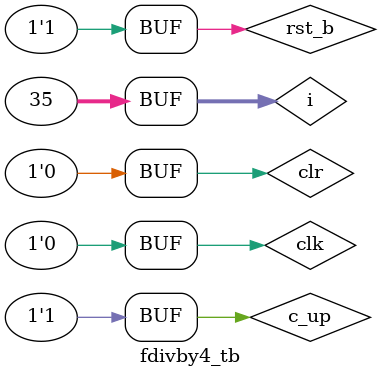
<source format=v>
module fdivby4(
  input clk, rst_b, clr, c_up,
  output fdclk
);

localparam S0 = 0;
localparam S1 = 1;
localparam S2 = 2;
localparam S3 = 3;

reg [3:0] st;
wire [3:0] st_nxt;

assign st_nxt[S0] = (st[S0] & (~(c_up) | clr)) | (st[S1] & clr) | (st[S2] & clr) | (st[S3] & (c_up | clr));
assign st_nxt[S1] = (st[S0] & (c_up & ~(clr))) | (st[S1] & (~(c_up) & ~(clr)));
assign st_nxt[S2] = (st[S1] & (c_up & ~(clr))) | (st[S2] & (~(c_up) & ~(clr)));
assign st_nxt[S3] = (st[S2] & (c_up & ~(clr))) | (st[S3] & (~(c_up) & ~(clr)));

assign fdclk = st[S0];

always @(posedge clk or negedge rst_b) begin
  if(rst_b == 0) begin
    st <= 0;
    st[S0] <= 1;
  end
  else
    st <= st_nxt;
end

endmodule

module fdivby4_tb;
reg clk, rst_b, clr, c_up;
wire fdclk;

fdivby4 cut(
  .clk(clk),
  .rst_b(rst_b),
  .clr(clr),
  .c_up(c_up),
  .fdclk(fdclk)
);

initial begin
  clk = 0;
  rst_b = 0;
  clr = 0;
  c_up = 1;
end

integer i;
initial begin
  for(i = 1; i <= 34; i = i + 1) begin
    #50; clk = ~clk;
  end
end

initial begin
  #25; rst_b = 1;
end

initial begin
  #400; clr = 1;
  #100; clr = 0;
end

initial begin
  #600; c_up = 0;
  #100; c_up = 1;
  #400; c_up = 0;
  #200; c_up = 1;
end

endmodule
</source>
